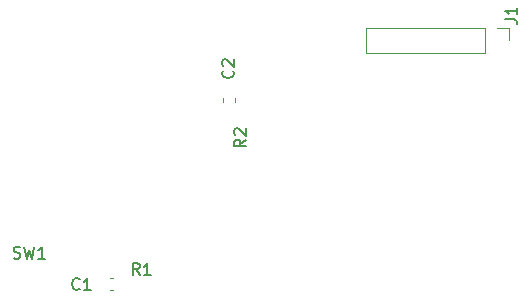
<source format=gbr>
%TF.GenerationSoftware,KiCad,Pcbnew,8.0.2*%
%TF.CreationDate,2024-10-29T11:55:49-07:00*%
%TF.ProjectId,UGC_SubStick,5547435f-5375-4625-9374-69636b2e6b69,rev?*%
%TF.SameCoordinates,Original*%
%TF.FileFunction,Legend,Top*%
%TF.FilePolarity,Positive*%
%FSLAX46Y46*%
G04 Gerber Fmt 4.6, Leading zero omitted, Abs format (unit mm)*
G04 Created by KiCad (PCBNEW 8.0.2) date 2024-10-29 11:55:49*
%MOMM*%
%LPD*%
G01*
G04 APERTURE LIST*
%ADD10C,0.150000*%
%ADD11C,0.120000*%
G04 APERTURE END LIST*
D10*
X245451333Y-161903580D02*
X245403714Y-161951200D01*
X245403714Y-161951200D02*
X245260857Y-161998819D01*
X245260857Y-161998819D02*
X245165619Y-161998819D01*
X245165619Y-161998819D02*
X245022762Y-161951200D01*
X245022762Y-161951200D02*
X244927524Y-161855961D01*
X244927524Y-161855961D02*
X244879905Y-161760723D01*
X244879905Y-161760723D02*
X244832286Y-161570247D01*
X244832286Y-161570247D02*
X244832286Y-161427390D01*
X244832286Y-161427390D02*
X244879905Y-161236914D01*
X244879905Y-161236914D02*
X244927524Y-161141676D01*
X244927524Y-161141676D02*
X245022762Y-161046438D01*
X245022762Y-161046438D02*
X245165619Y-160998819D01*
X245165619Y-160998819D02*
X245260857Y-160998819D01*
X245260857Y-160998819D02*
X245403714Y-161046438D01*
X245403714Y-161046438D02*
X245451333Y-161094057D01*
X246403714Y-161998819D02*
X245832286Y-161998819D01*
X246118000Y-161998819D02*
X246118000Y-160998819D01*
X246118000Y-160998819D02*
X246022762Y-161141676D01*
X246022762Y-161141676D02*
X245927524Y-161236914D01*
X245927524Y-161236914D02*
X245832286Y-161284533D01*
X250531333Y-160728819D02*
X250198000Y-160252628D01*
X249959905Y-160728819D02*
X249959905Y-159728819D01*
X249959905Y-159728819D02*
X250340857Y-159728819D01*
X250340857Y-159728819D02*
X250436095Y-159776438D01*
X250436095Y-159776438D02*
X250483714Y-159824057D01*
X250483714Y-159824057D02*
X250531333Y-159919295D01*
X250531333Y-159919295D02*
X250531333Y-160062152D01*
X250531333Y-160062152D02*
X250483714Y-160157390D01*
X250483714Y-160157390D02*
X250436095Y-160205009D01*
X250436095Y-160205009D02*
X250340857Y-160252628D01*
X250340857Y-160252628D02*
X249959905Y-160252628D01*
X251483714Y-160728819D02*
X250912286Y-160728819D01*
X251198000Y-160728819D02*
X251198000Y-159728819D01*
X251198000Y-159728819D02*
X251102762Y-159871676D01*
X251102762Y-159871676D02*
X251007524Y-159966914D01*
X251007524Y-159966914D02*
X250912286Y-160014533D01*
X239865067Y-159284200D02*
X240007924Y-159331819D01*
X240007924Y-159331819D02*
X240246019Y-159331819D01*
X240246019Y-159331819D02*
X240341257Y-159284200D01*
X240341257Y-159284200D02*
X240388876Y-159236580D01*
X240388876Y-159236580D02*
X240436495Y-159141342D01*
X240436495Y-159141342D02*
X240436495Y-159046104D01*
X240436495Y-159046104D02*
X240388876Y-158950866D01*
X240388876Y-158950866D02*
X240341257Y-158903247D01*
X240341257Y-158903247D02*
X240246019Y-158855628D01*
X240246019Y-158855628D02*
X240055543Y-158808009D01*
X240055543Y-158808009D02*
X239960305Y-158760390D01*
X239960305Y-158760390D02*
X239912686Y-158712771D01*
X239912686Y-158712771D02*
X239865067Y-158617533D01*
X239865067Y-158617533D02*
X239865067Y-158522295D01*
X239865067Y-158522295D02*
X239912686Y-158427057D01*
X239912686Y-158427057D02*
X239960305Y-158379438D01*
X239960305Y-158379438D02*
X240055543Y-158331819D01*
X240055543Y-158331819D02*
X240293638Y-158331819D01*
X240293638Y-158331819D02*
X240436495Y-158379438D01*
X240769829Y-158331819D02*
X241007924Y-159331819D01*
X241007924Y-159331819D02*
X241198400Y-158617533D01*
X241198400Y-158617533D02*
X241388876Y-159331819D01*
X241388876Y-159331819D02*
X241626972Y-158331819D01*
X242531733Y-159331819D02*
X241960305Y-159331819D01*
X242246019Y-159331819D02*
X242246019Y-158331819D01*
X242246019Y-158331819D02*
X242150781Y-158474676D01*
X242150781Y-158474676D02*
X242055543Y-158569914D01*
X242055543Y-158569914D02*
X241960305Y-158617533D01*
X281504819Y-139083333D02*
X282219104Y-139083333D01*
X282219104Y-139083333D02*
X282361961Y-139130952D01*
X282361961Y-139130952D02*
X282457200Y-139226190D01*
X282457200Y-139226190D02*
X282504819Y-139369047D01*
X282504819Y-139369047D02*
X282504819Y-139464285D01*
X282504819Y-138083333D02*
X282504819Y-138654761D01*
X282504819Y-138369047D02*
X281504819Y-138369047D01*
X281504819Y-138369047D02*
X281647676Y-138464285D01*
X281647676Y-138464285D02*
X281742914Y-138559523D01*
X281742914Y-138559523D02*
X281790533Y-138654761D01*
X258423580Y-143422666D02*
X258471200Y-143470285D01*
X258471200Y-143470285D02*
X258518819Y-143613142D01*
X258518819Y-143613142D02*
X258518819Y-143708380D01*
X258518819Y-143708380D02*
X258471200Y-143851237D01*
X258471200Y-143851237D02*
X258375961Y-143946475D01*
X258375961Y-143946475D02*
X258280723Y-143994094D01*
X258280723Y-143994094D02*
X258090247Y-144041713D01*
X258090247Y-144041713D02*
X257947390Y-144041713D01*
X257947390Y-144041713D02*
X257756914Y-143994094D01*
X257756914Y-143994094D02*
X257661676Y-143946475D01*
X257661676Y-143946475D02*
X257566438Y-143851237D01*
X257566438Y-143851237D02*
X257518819Y-143708380D01*
X257518819Y-143708380D02*
X257518819Y-143613142D01*
X257518819Y-143613142D02*
X257566438Y-143470285D01*
X257566438Y-143470285D02*
X257614057Y-143422666D01*
X257614057Y-143041713D02*
X257566438Y-142994094D01*
X257566438Y-142994094D02*
X257518819Y-142898856D01*
X257518819Y-142898856D02*
X257518819Y-142660761D01*
X257518819Y-142660761D02*
X257566438Y-142565523D01*
X257566438Y-142565523D02*
X257614057Y-142517904D01*
X257614057Y-142517904D02*
X257709295Y-142470285D01*
X257709295Y-142470285D02*
X257804533Y-142470285D01*
X257804533Y-142470285D02*
X257947390Y-142517904D01*
X257947390Y-142517904D02*
X258518819Y-143089332D01*
X258518819Y-143089332D02*
X258518819Y-142470285D01*
X259534819Y-149264666D02*
X259058628Y-149597999D01*
X259534819Y-149836094D02*
X258534819Y-149836094D01*
X258534819Y-149836094D02*
X258534819Y-149455142D01*
X258534819Y-149455142D02*
X258582438Y-149359904D01*
X258582438Y-149359904D02*
X258630057Y-149312285D01*
X258630057Y-149312285D02*
X258725295Y-149264666D01*
X258725295Y-149264666D02*
X258868152Y-149264666D01*
X258868152Y-149264666D02*
X258963390Y-149312285D01*
X258963390Y-149312285D02*
X259011009Y-149359904D01*
X259011009Y-149359904D02*
X259058628Y-149455142D01*
X259058628Y-149455142D02*
X259058628Y-149836094D01*
X258630057Y-148883713D02*
X258582438Y-148836094D01*
X258582438Y-148836094D02*
X258534819Y-148740856D01*
X258534819Y-148740856D02*
X258534819Y-148502761D01*
X258534819Y-148502761D02*
X258582438Y-148407523D01*
X258582438Y-148407523D02*
X258630057Y-148359904D01*
X258630057Y-148359904D02*
X258725295Y-148312285D01*
X258725295Y-148312285D02*
X258820533Y-148312285D01*
X258820533Y-148312285D02*
X258963390Y-148359904D01*
X258963390Y-148359904D02*
X259534819Y-148931332D01*
X259534819Y-148931332D02*
X259534819Y-148312285D01*
D11*
%TO.C,C1*%
X248042820Y-160983200D02*
X248323980Y-160983200D01*
X248042820Y-162003200D02*
X248323980Y-162003200D01*
%TO.C,J1*%
X269701001Y-139807407D02*
X269701001Y-141927407D01*
X279761001Y-139807407D02*
X269701001Y-139807407D01*
X279761001Y-139807407D02*
X279761001Y-141927407D01*
X279761001Y-141927407D02*
X269701001Y-141927407D01*
X280761001Y-139807407D02*
X281821001Y-139807407D01*
X281821001Y-139807407D02*
X281821001Y-140867407D01*
%TO.C,C2*%
X257590000Y-145759420D02*
X257590000Y-146040580D01*
X258610000Y-145759420D02*
X258610000Y-146040580D01*
%TD*%
M02*

</source>
